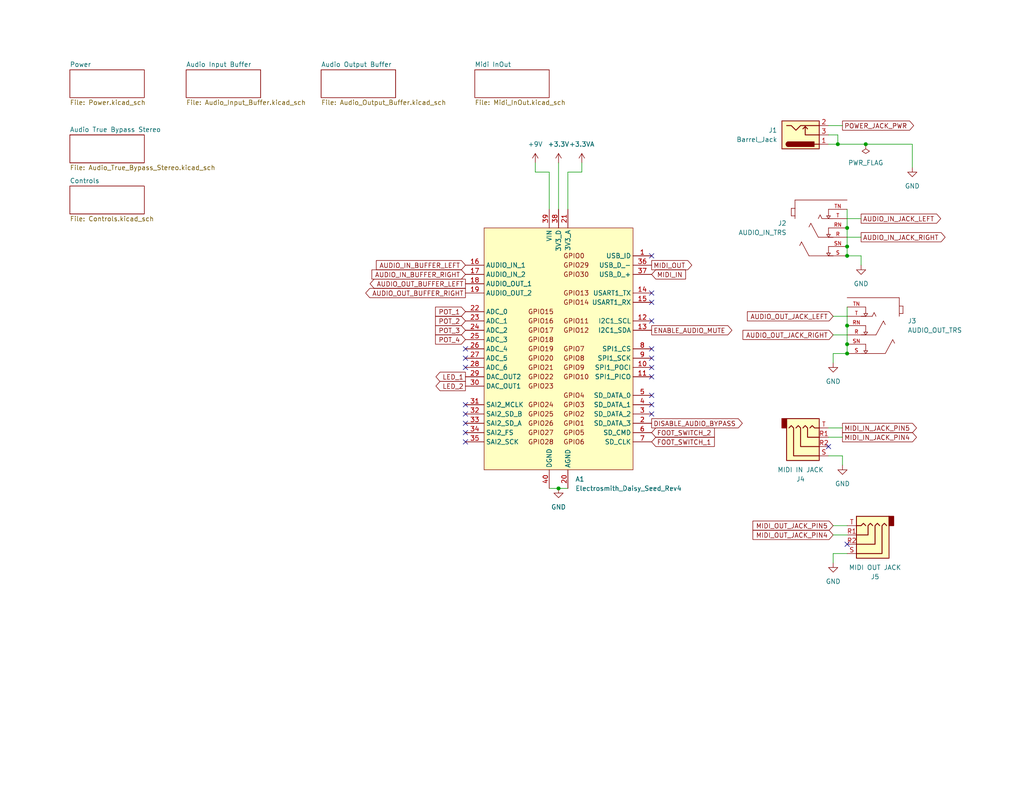
<source format=kicad_sch>
(kicad_sch (version 20230121) (generator eeschema)
  (paper "USLetter")
  (title_block (title "Daisy Seed Guitar Pedal 1590B SMD") (date "2023-11-03") (rev "2") (company "Made by Keith Shepherd (kshep@mac.com)") (comment 1 "https://github.com/electro-smith/Hardware/blob/master/reference/daisy_petal/") (comment 2 "Schematic loosly based on the Electro-Smith Daisy Petal Reference Hardware Rev 5"))
  (lib_symbols
    (symbol "Connector:Barrel_Jack_Switch" (pin_names hide)
      (property "Reference" "J" (at 0 5.334 0))
      (property "Value" "Barrel_Jack_Switch" (at 0 -5.08 0))
      (symbol "Barrel_Jack_Switch_0_1"
        (rectangle (start -5.08 3.81) (end 5.08 -3.81) (stroke (width 0.254)) (fill (type background)))
        (arc (start -3.302 3.175) (mid -3.9343 2.54) (end -3.302 1.905) (stroke (width 0.254)))
        (arc (start -3.302 3.175) (mid -3.9343 2.54) (end -3.302 1.905) (stroke (width 0.254)) (fill (type outline)))
        (polyline (pts (xy 1.27 -2.286) (xy 1.905 -1.651)) (stroke (width 0.254)))
        (polyline (pts (xy 5.08 2.54) (xy 3.81 2.54)) (stroke (width 0.254)))
        (polyline (pts (xy 5.08 0) (xy 1.27 0) (xy 1.27 -2.286) (xy 0.635 -1.651)) (stroke (width 0.254)))
        (polyline (pts (xy -3.81 -2.54) (xy -2.54 -2.54) (xy -1.27 -1.27) (xy 0 -2.54) (xy 2.54 -2.54) (xy 5.08 -2.54)) (stroke (width 0.254)))
        (rectangle (start 3.683 3.175) (end -3.302 1.905) (stroke (width 0.254)) (fill (type outline)))
      )
      (symbol "Barrel_Jack_Switch_1_1"
        (pin passive line (at 7.62 2.54 180) (length 2.54) (name "~") (number "1"))
        (pin passive line (at 7.62 -2.54 180) (length 2.54) (name "~") (number "2"))
        (pin passive line (at 7.62 0 180) (length 2.54) (name "~") (number "3"))
      )
    )
    (symbol "Connector_Audio:AudioJack4"
      (property "Reference" "J" (at 0 8.89 0))
      (property "Value" "AudioJack4" (at 0 6.35 0))
      (symbol "AudioJack4_0_1"
        (rectangle (start -6.35 -5.08) (end -7.62 -7.62) (stroke (width 0.254)) (fill (type outline)))
        (polyline (pts (xy 0 -5.08) (xy 0.635 -5.715) (xy 1.27 -5.08) (xy 2.54 -5.08)) (stroke (width 0.254)))
        (polyline (pts (xy -5.715 -5.08) (xy -5.08 -5.715) (xy -4.445 -5.08) (xy -4.445 2.54) (xy 2.54 2.54)) (stroke (width 0.254)))
        (polyline (pts (xy -1.905 -5.08) (xy -1.27 -5.715) (xy -0.635 -5.08) (xy -0.635 -2.54) (xy 2.54 -2.54)) (stroke (width 0.254)))
        (polyline (pts (xy 2.54 0) (xy -2.54 0) (xy -2.54 -5.08) (xy -3.175 -5.715) (xy -3.81 -5.08)) (stroke (width 0.254)))
        (rectangle (start 2.54 3.81) (end -6.35 -7.62) (stroke (width 0.254)) (fill (type background)))
      )
      (symbol "AudioJack4_1_1"
        (pin passive line (at 5.08 -2.54 180) (length 2.54) (name "~") (number "R1"))
        (pin passive line (at 5.08 0 180) (length 2.54) (name "~") (number "R2"))
        (pin passive line (at 5.08 2.54 180) (length 2.54) (name "~") (number "S"))
        (pin passive line (at 5.08 -5.08 180) (length 2.54) (name "~") (number "T"))
      )
    )
    (symbol "MCU_Module:Electrosmith_Daisy_Seed_Rev4"
      (property "Reference" "A" (at -20.32 34.29 0))
      (property "Value" "Electrosmith_Daisy_Seed_Rev4" (at 33.02 34.29 0))
      (symbol "Electrosmith_Daisy_Seed_Rev4_0_0"
        (text "GPIO0" (at 1.27 25.4 0) (effects (font (size 1.27 1.27)) (justify left)))
        (text "GPIO1" (at 1.27 -20.32 0) (effects (font (size 1.27 1.27)) (justify left)))
        (text "GPIO10" (at 1.27 -7.62 0) (effects (font (size 1.27 1.27)) (justify left)))
        (text "GPIO11" (at 1.27 7.62 0) (effects (font (size 1.27 1.27)) (justify left)))
        (text "GPIO12" (at 1.27 5.08 0) (effects (font (size 1.27 1.27)) (justify left)))
        (text "GPIO13" (at 1.27 15.24 0) (effects (font (size 1.27 1.27)) (justify left)))
        (text "GPIO14" (at 1.27 12.7 0) (effects (font (size 1.27 1.27)) (justify left)))
        (text "GPIO15" (at -1.27 10.16 0) (effects (font (size 1.27 1.27)) (justify right)))
        (text "GPIO16" (at -1.27 7.62 0) (effects (font (size 1.27 1.27)) (justify right)))
        (text "GPIO17" (at -1.27 5.08 0) (effects (font (size 1.27 1.27)) (justify right)))
        (text "GPIO18" (at -1.27 2.54 0) (effects (font (size 1.27 1.27)) (justify right)))
        (text "GPIO19" (at -1.27 0 0) (effects (font (size 1.27 1.27)) (justify right)))
        (text "GPIO2" (at 1.27 -17.78 0) (effects (font (size 1.27 1.27)) (justify left)))
        (text "GPIO20" (at -1.27 -2.54 0) (effects (font (size 1.27 1.27)) (justify right)))
        (text "GPIO21" (at -1.27 -5.08 0) (effects (font (size 1.27 1.27)) (justify right)))
        (text "GPIO22" (at -1.27 -7.62 0) (effects (font (size 1.27 1.27)) (justify right)))
        (text "GPIO23" (at -1.27 -10.16 0) (effects (font (size 1.27 1.27)) (justify right)))
        (text "GPIO24" (at -1.27 -15.24 0) (effects (font (size 1.27 1.27)) (justify right)))
        (text "GPIO25" (at -1.27 -17.78 0) (effects (font (size 1.27 1.27)) (justify right)))
        (text "GPIO26" (at -1.27 -20.32 0) (effects (font (size 1.27 1.27)) (justify right)))
        (text "GPIO27" (at -1.27 -22.86 0) (effects (font (size 1.27 1.27)) (justify right)))
        (text "GPIO28" (at -1.27 -25.4 0) (effects (font (size 1.27 1.27)) (justify right)))
        (text "GPIO29" (at 1.27 22.86 0) (effects (font (size 1.27 1.27)) (justify left)))
        (text "GPIO3" (at 1.27 -15.24 0) (effects (font (size 1.27 1.27)) (justify left)))
        (text "GPIO30" (at 1.27 20.32 0) (effects (font (size 1.27 1.27)) (justify left)))
        (text "GPIO4" (at 1.27 -12.7 0) (effects (font (size 1.27 1.27)) (justify left)))
        (text "GPIO5" (at 1.27 -22.86 0) (effects (font (size 1.27 1.27)) (justify left)))
        (text "GPIO6" (at 1.27 -25.4 0) (effects (font (size 1.27 1.27)) (justify left)))
        (text "GPIO7" (at 1.27 0 0) (effects (font (size 1.27 1.27)) (justify left)))
        (text "GPIO8" (at 1.27 -2.54 0) (effects (font (size 1.27 1.27)) (justify left)))
        (text "GPIO9" (at 1.27 -5.08 0) (effects (font (size 1.27 1.27)) (justify left)))
        (pin bidirectional line (at 25.4 25.4 180) (length 5.08) (name "USB_ID") (number "1"))
        (pin bidirectional line (at 25.4 -5.08 180) (length 5.08) (name "SPI1_POCI") (number "10"))
        (pin bidirectional line (at 25.4 -7.62 180) (length 5.08) (name "SPI1_PICO") (number "11"))
        (pin bidirectional line (at 25.4 7.62 180) (length 5.08) (name "I2C1_SCL") (number "12"))
        (pin bidirectional line (at 25.4 5.08 180) (length 5.08) (name "I2C1_SDA") (number "13"))
        (pin bidirectional line (at 25.4 15.24 180) (length 5.08) (name "USART1_TX") (number "14"))
        (pin bidirectional line (at 25.4 12.7 180) (length 5.08) (name "USART1_RX") (number "15"))
        (pin input line (at -25.4 22.86 0) (length 5.08) (name "AUDIO_IN_1") (number "16"))
        (pin input line (at -25.4 20.32 0) (length 5.08) (name "AUDIO_IN_2") (number "17"))
        (pin output line (at -25.4 17.78 0) (length 5.08) (name "AUDIO_OUT_1") (number "18"))
        (pin output line (at -25.4 15.24 0) (length 5.08) (name "AUDIO_OUT_2") (number "19"))
        (pin bidirectional line (at 25.4 -20.32 180) (length 5.08) (name "SD_DATA_3") (number "2"))
        (pin power_in line (at 2.54 -38.1 90) (length 5.08) (name "AGND") (number "20"))
        (pin power_out line (at 2.54 38.1 270) (length 5.08) (name "3V3_A") (number "21"))
        (pin bidirectional line (at -25.4 10.16 0) (length 5.08) (name "ADC_0") (number "22"))
        (pin bidirectional line (at -25.4 7.62 0) (length 5.08) (name "ADC_1") (number "23"))
        (pin bidirectional line (at -25.4 5.08 0) (length 5.08) (name "ADC_2") (number "24"))
        (pin bidirectional line (at -25.4 2.54 0) (length 5.08) (name "ADC_3") (number "25"))
        (pin bidirectional line (at -25.4 0 0) (length 5.08) (name "ADC_4") (number "26"))
        (pin bidirectional line (at -25.4 -2.54 0) (length 5.08) (name "ADC_5") (number "27"))
        (pin bidirectional line (at -25.4 -5.08 0) (length 5.08) (name "ADC_6") (number "28"))
        (pin bidirectional line (at -25.4 -7.62 0) (length 5.08) (name "DAC_OUT2") (number "29"))
        (pin bidirectional line (at 25.4 -17.78 180) (length 5.08) (name "SD_DATA_2") (number "3"))
        (pin bidirectional line (at -25.4 -10.16 0) (length 5.08) (name "DAC_OUT1") (number "30"))
        (pin bidirectional line (at -25.4 -15.24 0) (length 5.08) (name "SAI2_MCLK") (number "31"))
        (pin bidirectional line (at -25.4 -17.78 0) (length 5.08) (name "SAI2_SD_B") (number "32"))
        (pin bidirectional line (at -25.4 -20.32 0) (length 5.08) (name "SAI2_SD_A") (number "33"))
        (pin bidirectional line (at -25.4 -22.86 0) (length 5.08) (name "SAI2_FS") (number "34"))
        (pin bidirectional line (at -25.4 -25.4 0) (length 5.08) (name "SAI2_SCK") (number "35"))
        (pin bidirectional line (at 25.4 22.86 180) (length 5.08) (name "USB_D_-") (number "36"))
        (pin bidirectional line (at 25.4 20.32 180) (length 5.08) (name "USB_D_+") (number "37"))
        (pin power_out line (at 0 38.1 270) (length 5.08) (name "3V3_D") (number "38"))
        (pin power_in line (at -2.54 38.1 270) (length 5.08) (name "VIN") (number "39"))
        (pin bidirectional line (at 25.4 -15.24 180) (length 5.08) (name "SD_DATA_1") (number "4"))
        (pin power_in line (at -2.54 -38.1 90) (length 5.08) (name "DGND") (number "40"))
        (pin bidirectional line (at 25.4 -12.7 180) (length 5.08) (name "SD_DATA_0") (number "5"))
        (pin bidirectional line (at 25.4 -22.86 180) (length 5.08) (name "SD_CMD") (number "6"))
        (pin bidirectional line (at 25.4 -25.4 180) (length 5.08) (name "SD_CLK") (number "7"))
        (pin bidirectional line (at 25.4 0 180) (length 5.08) (name "SPI1_CS") (number "8"))
        (pin bidirectional line (at 25.4 -2.54 180) (length 5.08) (name "SPI1_SCK") (number "9"))
      )
      (symbol "Electrosmith_Daisy_Seed_Rev4_0_1"
        (rectangle (start -20.32 33.02) (end 20.32 -33.02) (fill (type background)))
      )
    )
    (symbol "NMJ6HCD2:NMJ6HCD2" (pin_names (offset 1.016))
      (property "Reference" "J" (at -7.6236 8.1319 0))
      (property "Value" "NMJ6HCD2" (at -7.6298 -10.1747 0))
      (symbol "NMJ6HCD2_0_0"
        (polyline (pts (xy -7.62 -5.334) (xy -6.604 -5.334)) (stroke (width 0.1524)))
        (polyline (pts (xy -7.62 -3.302) (xy -7.62 -5.334)) (stroke (width 0.1524)))
        (polyline (pts (xy -6.604 -7.62) (xy -6.604 -5.334)) (stroke (width 0.1524)))
        (polyline (pts (xy -6.604 -5.334) (xy -6.604 -3.302)) (stroke (width 0.1524)))
        (polyline (pts (xy -6.604 -3.302) (xy -7.62 -3.302)) (stroke (width 0.1524)))
        (polyline (pts (xy -6.604 -2.54) (xy -6.604 -3.302)) (stroke (width 0.1524)))
        (polyline (pts (xy -4.826 3.81) (xy -5.334 4.826)) (stroke (width 0.1524)))
        (polyline (pts (xy -2.794 7.62) (xy -4.826 3.81)) (stroke (width 0.1524)))
        (polyline (pts (xy -2.286 -1.27) (xy -2.794 -0.254)) (stroke (width 0.1524)))
        (polyline (pts (xy -0.254 2.54) (xy -2.286 -1.27)) (stroke (width 0.1524)))
        (polyline (pts (xy 0.254 -3.556) (xy -0.254 -2.54)) (stroke (width 0.1524)))
        (polyline (pts (xy 0.762 -2.54) (xy 0.254 -3.556)) (stroke (width 0.1524)))
        (polyline (pts (xy 2.032 -3.302) (xy 2.54 -3.302)) (stroke (width 0.1524)))
        (polyline (pts (xy 2.032 1.778) (xy 2.54 1.778)) (stroke (width 0.1524)))
        (polyline (pts (xy 2.032 6.858) (xy 2.54 6.858)) (stroke (width 0.1524)))
        (polyline (pts (xy 2.54 -3.302) (xy 2.54 -5.08)) (stroke (width 0.1524)))
        (polyline (pts (xy 2.54 -3.302) (xy 3.048 -3.302)) (stroke (width 0.1524)))
        (polyline (pts (xy 2.54 -2.54) (xy 0.762 -2.54)) (stroke (width 0.1524)))
        (polyline (pts (xy 2.54 -2.54) (xy 2.032 -3.302)) (stroke (width 0.1524)))
        (polyline (pts (xy 2.54 1.778) (xy 2.54 0)) (stroke (width 0.1524)))
        (polyline (pts (xy 2.54 1.778) (xy 3.048 1.778)) (stroke (width 0.1524)))
        (polyline (pts (xy 2.54 2.54) (xy -0.254 2.54)) (stroke (width 0.1524)))
        (polyline (pts (xy 2.54 2.54) (xy 2.032 1.778)) (stroke (width 0.1524)))
        (polyline (pts (xy 2.54 6.858) (xy 2.54 5.08)) (stroke (width 0.1524)))
        (polyline (pts (xy 2.54 6.858) (xy 3.048 6.858)) (stroke (width 0.1524)))
        (polyline (pts (xy 2.54 7.62) (xy -2.794 7.62)) (stroke (width 0.1524)))
        (polyline (pts (xy 2.54 7.62) (xy 2.032 6.858)) (stroke (width 0.1524)))
        (polyline (pts (xy 3.048 -3.302) (xy 2.54 -2.54)) (stroke (width 0.1524)))
        (polyline (pts (xy 3.048 1.778) (xy 2.54 2.54)) (stroke (width 0.1524)))
        (polyline (pts (xy 3.048 6.858) (xy 2.54 7.62)) (stroke (width 0.1524)))
        (polyline (pts (xy 3.81 -2.54) (xy 2.54 -2.54)) (stroke (width 0.1524)))
        (polyline (pts (xy 3.81 2.54) (xy 2.54 2.54)) (stroke (width 0.1524)))
        (polyline (pts (xy 3.81 7.62) (xy 2.54 7.62)) (stroke (width 0.1524)))
        (polyline (pts (xy 7.62 -7.62) (xy -6.604 -7.62)) (stroke (width 0.1524)))
        (pin passive line (at 7.62 2.54 180) (length 5.08) (name "~") (number "R"))
        (pin passive line (at 7.62 0 180) (length 5.08) (name "~") (number "RN"))
        (pin passive line (at 7.62 7.62 180) (length 5.08) (name "~") (number "S"))
        (pin passive line (at 7.62 5.08 180) (length 5.08) (name "~") (number "SN"))
        (pin passive line (at 7.62 -2.54 180) (length 5.08) (name "~") (number "T"))
        (pin passive line (at 7.62 -5.08 180) (length 5.08) (name "~") (number "TN"))
      )
    )
    (symbol "power:+3.3V" (power) (pin_names (offset 0))
      (property "Value" "+3.3V" (at 0 3.556 0))
      (symbol "+3.3V_0_1"
        (polyline (pts (xy -0.762 1.27) (xy 0 2.54)))
        (polyline (pts (xy 0 0) (xy 0 2.54)))
        (polyline (pts (xy 0 2.54) (xy 0.762 1.27)))
      )
      (symbol "+3.3V_1_1"
        (pin power_in line (at 0 0 90) (length 0) hide (name "+3.3V") (number "1"))
      )
    )
    (symbol "power:+3.3VA" (power) (pin_names (offset 0))
      (property "Value" "+3.3VA" (at 0 3.556 0))
      (symbol "+3.3VA_0_1"
        (polyline (pts (xy -0.762 1.27) (xy 0 2.54)))
        (polyline (pts (xy 0 0) (xy 0 2.54)))
        (polyline (pts (xy 0 2.54) (xy 0.762 1.27)))
      )
      (symbol "+3.3VA_1_1"
        (pin power_in line (at 0 0 90) (length 0) hide (name "+3.3VA") (number "1"))
      )
    )
    (symbol "power:+9V" (power) (pin_names (offset 0))
      (property "Value" "+9V" (at 0 3.556 0))
      (symbol "+9V_0_1"
        (polyline (pts (xy -0.762 1.27) (xy 0 2.54)))
        (polyline (pts (xy 0 0) (xy 0 2.54)))
        (polyline (pts (xy 0 2.54) (xy 0.762 1.27)))
      )
      (symbol "+9V_1_1"
        (pin power_in line (at 0 0 90) (length 0) hide (name "+9V") (number "1"))
      )
    )
    (symbol "power:GND" (power) (pin_names (offset 0))
      (property "Value" "GND" (at 0 -3.81 0))
      (symbol "GND_0_1"
        (polyline (pts (xy 0 0) (xy 0 -1.27) (xy 1.27 -1.27) (xy 0 -2.54) (xy -1.27 -1.27) (xy 0 -1.27)))
      )
      (symbol "GND_1_1"
        (pin power_in line (at 0 0 270) (length 0) hide (name "GND") (number "1"))
      )
    )
    (symbol "power:PWR_FLAG" (power) (pin_numbers hide) (pin_names (offset 0) hide)
      (property "Value" "PWR_FLAG" (at 0 3.81 0))
      (symbol "PWR_FLAG_0_0"
        (pin power_out line (at 0 0 90) (length 0) (name "pwr") (number "1"))
      )
      (symbol "PWR_FLAG_0_1"
        (polyline (pts (xy 0 0) (xy 0 1.27) (xy -1.016 1.905) (xy 0 2.54) (xy 1.016 1.905) (xy 0 1.27)))
      )
    )
  )
  (junction (at 231.14 69.85))
  (junction (at 152.4 133.35))
  (junction (at 236.22 39.37))
  (junction (at 231.14 96.52))
  (junction (at 228.6 39.37))
  (junction (at 231.14 93.98))
  (junction (at 231.14 88.9))
  (junction (at 231.14 62.23))
  (junction (at 231.14 67.31))
  (no_connect (at 127 100.33))
  (no_connect (at 177.8 95.25))
  (no_connect (at 177.8 97.79))
  (no_connect (at 127 115.57))
  (no_connect (at 127 118.11))
  (no_connect (at 177.8 80.01))
  (no_connect (at 177.8 113.03))
  (no_connect (at 127 120.65))
  (no_connect (at 177.8 87.63))
  (no_connect (at 177.8 82.55))
  (no_connect (at 177.8 102.87))
  (no_connect (at 231.14 148.59))
  (no_connect (at 127 95.25))
  (no_connect (at 127 113.03))
  (no_connect (at 127 97.79))
  (no_connect (at 127 110.49))
  (no_connect (at 226.06 121.92))
  (no_connect (at 177.8 107.95))
  (no_connect (at 177.8 110.49))
  (no_connect (at 177.8 69.85))
  (no_connect (at 177.8 100.33))
  (wire (pts (xy 228.6 36.83) (xy 228.6 39.37)))
  (wire (pts (xy 146.05 44.45) (xy 146.05 46.99)))
  (wire (pts (xy 154.94 57.15) (xy 154.94 46.99)))
  (wire (pts (xy 227.33 143.51) (xy 231.14 143.51)))
  (wire (pts (xy 231.14 88.9) (xy 231.14 93.98)))
  (wire (pts (xy 226.06 39.37) (xy 228.6 39.37)))
  (wire (pts (xy 229.87 127) (xy 229.87 124.46)))
  (wire (pts (xy 149.86 57.15) (xy 149.86 46.99)))
  (wire (pts (xy 248.92 45.72) (xy 248.92 39.37)))
  (wire (pts (xy 227.33 86.36) (xy 231.14 86.36)))
  (wire (pts (xy 226.06 36.83) (xy 228.6 36.83)))
  (wire (pts (xy 149.86 133.35) (xy 152.4 133.35)))
  (wire (pts (xy 149.86 46.99) (xy 146.05 46.99)))
  (wire (pts (xy 154.94 46.99) (xy 158.75 46.99)))
  (wire (pts (xy 234.95 69.85) (xy 234.95 72.39)))
  (wire (pts (xy 227.33 151.13) (xy 227.33 153.67)))
  (wire (pts (xy 229.87 119.38) (xy 226.06 119.38)))
  (wire (pts (xy 234.95 59.69) (xy 231.14 59.69)))
  (wire (pts (xy 231.14 151.13) (xy 227.33 151.13)))
  (wire (pts (xy 227.33 91.44) (xy 231.14 91.44)))
  (wire (pts (xy 152.4 133.35) (xy 154.94 133.35)))
  (wire (pts (xy 236.22 39.37) (xy 248.92 39.37)))
  (wire (pts (xy 231.14 62.23) (xy 231.14 67.31)))
  (wire (pts (xy 231.14 69.85) (xy 231.14 67.31)))
  (wire (pts (xy 152.4 44.45) (xy 152.4 57.15)))
  (wire (pts (xy 227.33 96.52) (xy 227.33 99.06)))
  (wire (pts (xy 234.95 64.77) (xy 231.14 64.77)))
  (wire (pts (xy 226.06 116.84) (xy 229.87 116.84)))
  (wire (pts (xy 231.14 57.15) (xy 231.14 62.23)))
  (wire (pts (xy 231.14 83.82) (xy 231.14 88.9)))
  (wire (pts (xy 226.06 124.46) (xy 229.87 124.46)))
  (wire (pts (xy 158.75 44.45) (xy 158.75 46.99)))
  (wire (pts (xy 226.06 34.29) (xy 229.87 34.29)))
  (wire (pts (xy 234.95 69.85) (xy 231.14 69.85)))
  (wire (pts (xy 227.33 146.05) (xy 231.14 146.05)))
  (wire (pts (xy 227.33 96.52) (xy 231.14 96.52)))
  (wire (pts (xy 228.6 39.37) (xy 236.22 39.37)))
  (wire (pts (xy 231.14 93.98) (xy 231.14 96.52)))
  (global_label "AUDIO_OUT_JACK_LEFT" (shape input) (at 227.33 86.36 180) (property "Intersheetrefs" "${INTERSHEET_REFS}" (effects hide)))
  (global_label "AUDIO_IN_JACK_LEFT" (shape output) (at 234.95 59.69 0) (property "Intersheetrefs" "${INTERSHEET_REFS}" (effects hide)))
  (global_label "MIDI_IN" (shape input) (at 177.8 74.93 0) (property "Intersheetrefs" "${INTERSHEET_REFS}" (effects hide)))
  (global_label "FOOT_SWITCH_1" (shape input) (at 177.8 120.65 0) (property "Intersheetrefs" "${INTERSHEET_REFS}" (effects hide)))
  (global_label "MIDI_IN_JACK_PIN4" (shape output) (at 229.87 119.38 0) (property "Intersheetrefs" "${INTERSHEET_REFS}" (effects hide)))
  (global_label "POWER_JACK_PWR" (shape output) (at 229.87 34.29 0) (property "Intersheetrefs" "${INTERSHEET_REFS}" (effects hide)))
  (global_label "MIDI_OUT_JACK_PIN5" (shape input) (at 227.33 143.51 180) (property "Intersheetrefs" "${INTERSHEET_REFS}" (effects hide)))
  (global_label "POT_1" (shape input) (at 127 85.09 180) (property "Intersheetrefs" "${INTERSHEET_REFS}" (effects hide)))
  (global_label "FOOT_SWITCH_2" (shape input) (at 177.8 118.11 0) (property "Intersheetrefs" "${INTERSHEET_REFS}" (effects hide)))
  (global_label "LED_2" (shape output) (at 127 105.41 180) (property "Intersheetrefs" "${INTERSHEET_REFS}" (effects hide)))
  (global_label "AUDIO_OUT_BUFFER_RIGHT" (shape output) (at 127 80.01 180) (property "Intersheetrefs" "${INTERSHEET_REFS}" (effects hide)))
  (global_label "AUDIO_IN_BUFFER_LEFT" (shape input) (at 127 72.39 180) (property "Intersheetrefs" "${INTERSHEET_REFS}" (effects hide)))
  (global_label "POT_3" (shape input) (at 127 90.17 180) (property "Intersheetrefs" "${INTERSHEET_REFS}" (effects hide)))
  (global_label "MIDI_OUT" (shape output) (at 177.8 72.39 0) (property "Intersheetrefs" "${INTERSHEET_REFS}" (effects hide)))
  (global_label "LED_1" (shape output) (at 127 102.87 180) (property "Intersheetrefs" "${INTERSHEET_REFS}" (effects hide)))
  (global_label "ENABLE_AUDIO_MUTE" (shape output) (at 177.8 90.17 0) (property "Intersheetrefs" "${INTERSHEET_REFS}" (effects hide)))
  (global_label "POT_2" (shape input) (at 127 87.63 180) (property "Intersheetrefs" "${INTERSHEET_REFS}" (effects hide)))
  (global_label "POT_4" (shape input) (at 127 92.71 180) (property "Intersheetrefs" "${INTERSHEET_REFS}" (effects hide)))
  (global_label "MIDI_OUT_JACK_PIN4" (shape input) (at 227.33 146.05 180) (property "Intersheetrefs" "${INTERSHEET_REFS}" (effects hide)))
  (global_label "AUDIO_OUT_BUFFER_LEFT" (shape output) (at 127 77.47 180) (property "Intersheetrefs" "${INTERSHEET_REFS}" (effects hide)))
  (global_label "AUDIO_IN_BUFFER_RIGHT" (shape input) (at 127 74.93 180) (property "Intersheetrefs" "${INTERSHEET_REFS}" (effects hide)))
  (global_label "AUDIO_IN_JACK_RIGHT" (shape output) (at 234.95 64.77 0) (property "Intersheetrefs" "${INTERSHEET_REFS}" (effects hide)))
  (global_label "DISABLE_AUDIO_BYPASS" (shape output) (at 177.8 115.57 0) (property "Intersheetrefs" "${INTERSHEET_REFS}" (effects hide)))
  (global_label "AUDIO_OUT_JACK_RIGHT" (shape input) (at 227.33 91.44 180) (property "Intersheetrefs" "${INTERSHEET_REFS}" (effects hide)))
  (global_label "MIDI_IN_JACK_PIN5" (shape output) (at 229.87 116.84 0) (property "Intersheetrefs" "${INTERSHEET_REFS}" (effects hide)))
  (symbol (lib_id "power:+3.3V") (at 152.4 44.45 0) (unit 1)
    (property "Reference" "#PWR026" (effects hide))
    (property "Value" "+3.3V" (at 152.4 39.37 0))
  )
  (symbol (lib_id "MCU_Module:Electrosmith_Daisy_Seed_Rev4") (at 152.4 95.25 0) (unit 1)
    (property "Reference" "A1" (at 156.9594 130.81 0) (effects (justify left)))
    (property "Value" "Electrosmith_Daisy_Seed_Rev4" (at 156.9594 133.35 0) (effects (justify left)))
    (property "Footprint" "Module:Electrosmith_Daisy_Seed" (effects hide))
    (property "Datasheet" "https://static1.squarespace.com/static/58d03fdc1b10e3bf442567b8/t/6227e6236f02fb68d1577146/1646781988478/Daisy_Seed_datasheet_v1.0.3.pdf" (effects hide))
  )
  (symbol (lib_id "power:GND") (at 227.33 153.67 0) (unit 1)
    (property "Reference" "#PWR0113" (effects hide))
    (property "Value" "GND" (at 227.33 158.75 0))
  )
  (symbol (lib_id "power:GND") (at 152.4 133.35 0) (unit 1)
    (property "Reference" "#PWR027" (effects hide))
    (property "Value" "GND" (at 152.4 138.43 0))
  )
  (symbol (lib_id "power:GND") (at 234.95 72.39 0) (mirror y) (unit 1)
    (property "Reference" "#PWR0111" (effects hide))
    (property "Value" "GND" (at 234.95 77.47 0))
  )
  (symbol (lib_id "Connector:Barrel_Jack_Switch") (at 218.44 36.83 0) (mirror x) (unit 1)
    (property "Reference" "J1" (at 212.09 35.5599 0) (effects (justify right)))
    (property "Value" "Barrel_Jack" (at 212.09 38.0999 0) (effects (justify right)))
    (property "Footprint" "GuitarPedal1590b:Generic_PowerJack" (effects hide))
  )
  (symbol (lib_id "Connector_Audio:AudioJack4") (at 236.22 148.59 180) (unit 1)
    (property "Reference" "J5" (at 238.76 157.48 0))
    (property "Value" "MIDI OUT JACK" (at 238.76 154.94 0))
    (property "Footprint" "AudioConnector-PJ320A:TRRS-PJ-320A" (effects hide))
  )
  (symbol (lib_id "power:+9V") (at 146.05 44.45 0) (unit 1)
    (property "Reference" "#PWR025" (effects hide))
    (property "Value" "+9V" (at 146.05 39.37 0))
  )
  (symbol (lib_id "NMJ6HCD2:NMJ6HCD2") (at 223.52 62.23 0) (mirror x) (unit 1)
    (property "Reference" "J2" (at 214.63 60.9599 0) (effects (justify right)))
    (property "Value" "AUDIO_IN_TRS" (at 214.63 63.4999 0) (effects (justify right)))
    (property "Footprint" "NMJ6HCD2:NEUTRIK_NMJ6HCD2" (effects hide))
    (property "STANDARD" "Manufacturer Recommendations" (effects hide))
    (property "PARTREV" "26.02.2021" (effects hide))
    (property "MAXIMUM_PACKAGE_HEIGHT" "15.67 mm" (effects hide))
    (property "MANUFACTURER" "Neutrik" (effects hide))
    (property "SNAPEDA_PN" "NMJ6HCD2" (effects hide))
  )
  (symbol (lib_id "power:GND") (at 227.33 99.06 0) (unit 1)
    (property "Reference" "#PWR0110" (effects hide))
    (property "Value" "GND" (at 227.33 104.14 0))
  )
  (symbol (lib_id "power:PWR_FLAG") (at 236.22 39.37 0) (mirror x) (unit 1)
    (property "Reference" "#FLG0101" (effects hide))
    (property "Value" "PWR_FLAG" (at 236.22 44.45 0))
  )
  (symbol (lib_id "power:GND") (at 229.87 127 0) (mirror y) (unit 1)
    (property "Reference" "#PWR0112" (effects hide))
    (property "Value" "GND" (at 229.87 132.08 0))
  )
  (symbol (lib_id "power:GND") (at 248.92 45.72 0) (mirror y) (unit 1)
    (property "Reference" "#PWR0114" (effects hide))
    (property "Value" "GND" (at 248.92 50.8 0))
  )
  (symbol (lib_id "power:+3.3VA") (at 158.75 44.45 0) (unit 1)
    (property "Reference" "#PWR0105" (effects hide))
    (property "Value" "+3.3VA" (at 158.75 39.37 0))
  )
  (symbol (lib_id "NMJ6HCD2:NMJ6HCD2") (at 238.76 88.9 180) (unit 1)
    (property "Reference" "J3" (at 247.65 87.6299 0) (effects (justify right)))
    (property "Value" "AUDIO_OUT_TRS" (at 247.65 90.1699 0) (effects (justify right)))
    (property "Footprint" "NMJ6HCD2:NEUTRIK_NMJ6HCD2" (effects hide))
    (property "STANDARD" "Manufacturer Recommendations" (effects hide))
    (property "PARTREV" "26.02.2021" (effects hide))
    (property "MAXIMUM_PACKAGE_HEIGHT" "15.67 mm" (effects hide))
    (property "MANUFACTURER" "Neutrik" (effects hide))
    (property "SNAPEDA_PN" "NMJ6HCD2" (effects hide))
  )
  (symbol (lib_id "Connector_Audio:AudioJack4") (at 220.98 121.92 0) (mirror x) (unit 1)
    (property "Reference" "J4" (at 218.44 130.81 0))
    (property "Value" "MIDI IN JACK" (at 218.44 128.27 0))
    (property "Footprint" "AudioConnector-PJ320A:TRRS-PJ-320A" (effects hide))
  )
  (sheet (at 19.05 50.8) (size 20.32 7.62) (stroke (width 0.1524))
    (property "Sheetname" "Controls" (at 19.05 50.0884 0) (effects (justify left bottom)))
    (property "Sheetfile" "Controls.kicad_sch" (at 19.05 59.0046 0) (effects (justify left top)))
  )
  (sheet (at 50.8 19.05) (size 20.32 7.62) (stroke (width 0.1524))
    (property "Sheetname" "Audio Input Buffer" (at 50.8 18.3384 0) (effects (justify left bottom)))
    (property "Sheetfile" "Audio_Input_Buffer.kicad_sch" (at 50.8 27.2546 0) (effects (justify left top)))
  )
  (sheet (at 19.05 19.05) (size 20.32 7.62) (stroke (width 0.1524))
    (property "Sheetname" "Power" (at 19.05 18.3384 0) (effects (justify left bottom)))
    (property "Sheetfile" "Power.kicad_sch" (at 19.05 27.2546 0) (effects (justify left top)))
  )
  (sheet (at 87.63 19.05) (size 20.32 7.62) (stroke (width 0.1524))
    (property "Sheetname" "Audio Output Buffer" (at 87.63 18.3384 0) (effects (justify left bottom)))
    (property "Sheetfile" "Audio_Output_Buffer.kicad_sch" (at 87.63 27.2546 0) (effects (justify left top)))
  )
  (sheet (at 129.54 19.05) (size 20.32 7.62) (stroke (width 0.1524))
    (property "Sheetname" "Midi InOut" (at 129.54 18.3384 0) (effects (justify left bottom)))
    (property "Sheetfile" "Midi_InOut.kicad_sch" (at 129.54 27.2546 0) (effects (justify left top)))
  )
  (sheet (at 19.05 36.83) (size 20.32 7.62) (stroke (width 0.1524))
    (property "Sheetname" "Audio True Bypass Stereo" (at 19.05 36.1184 0) (effects (justify left bottom)))
    (property "Sheetfile" "Audio_True_Bypass_Stereo.kicad_sch" (at 19.05 45.0346 0) (effects (justify left top)))
  )
)
</source>
